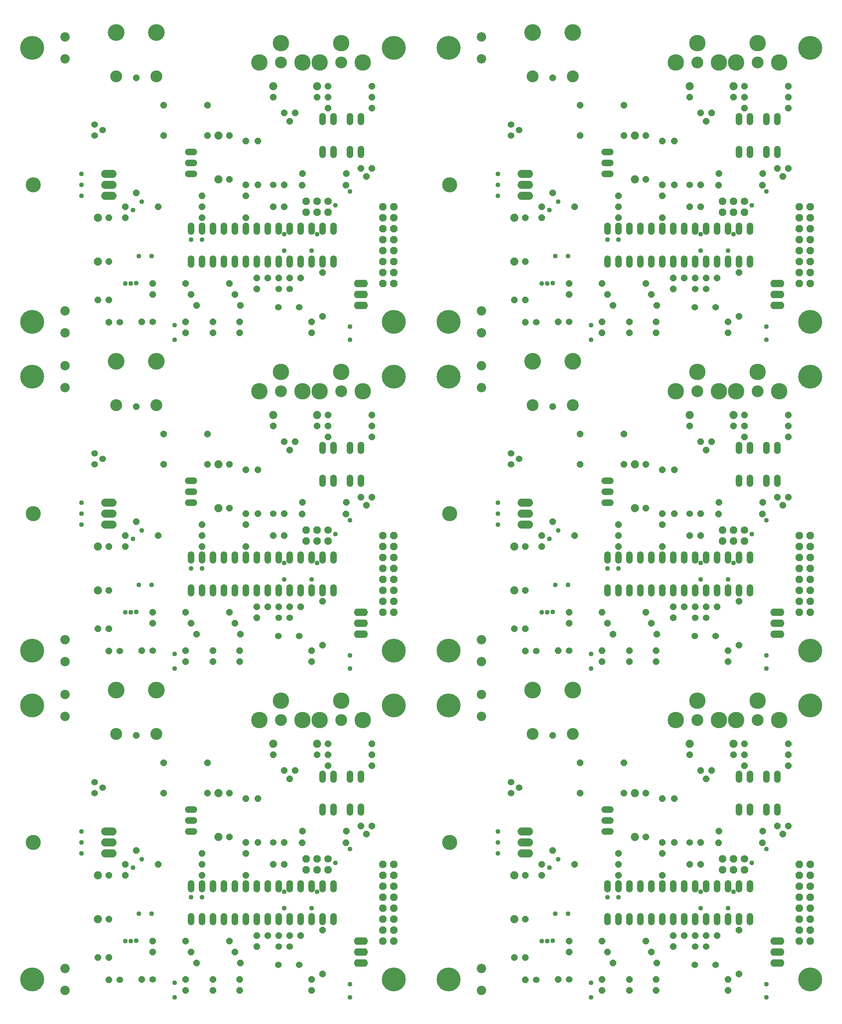
<source format=gbr>
G75*
G70*
%OFA0B0*%
%FSLAX24Y24*%
%IPPOS*%
%LPD*%
%AMOC8*
5,1,8,0,0,1.08239X$1,22.5*
%
%ADD10O,0.0600X0.1120*%
%ADD11OC8,0.0600*%
%ADD12C,0.0600*%
%ADD13O,0.1400X0.0740*%
%ADD14C,0.1380*%
%ADD15C,0.0680*%
%ADD16OC8,0.0680*%
%ADD17O,0.1120X0.0600*%
%ADD18C,0.0740*%
%ADD19C,0.2180*%
%ADD20C,0.1084*%
%ADD21C,0.1504*%
%ADD22O,0.1280X0.0680*%
%ADD23C,0.1520*%
%ADD24C,0.1085*%
%ADD25C,0.0860*%
%ADD26C,0.0440*%
D10*
X028337Y013342D03*
X029337Y013342D03*
X030337Y013342D03*
X031337Y013342D03*
X032337Y013342D03*
X033337Y013342D03*
X034337Y013342D03*
X035337Y013342D03*
X036337Y013342D03*
X037337Y013342D03*
X038337Y013342D03*
X039337Y013342D03*
X040337Y013342D03*
X041337Y013342D03*
X041337Y016342D03*
X040337Y016342D03*
X039337Y016342D03*
X038337Y016342D03*
X037337Y016342D03*
X036337Y016342D03*
X035337Y016342D03*
X034337Y016342D03*
X033337Y016342D03*
X032337Y016342D03*
X031337Y016342D03*
X030337Y016342D03*
X029337Y016342D03*
X028337Y016342D03*
X040337Y023342D03*
X041337Y023342D03*
X042837Y023342D03*
X043837Y023342D03*
X043837Y026342D03*
X042837Y026342D03*
X041337Y026342D03*
X040337Y026342D03*
X040337Y043342D03*
X039337Y043342D03*
X038337Y043342D03*
X037337Y043342D03*
X036337Y043342D03*
X035337Y043342D03*
X034337Y043342D03*
X033337Y043342D03*
X032337Y043342D03*
X031337Y043342D03*
X030337Y043342D03*
X029337Y043342D03*
X028337Y043342D03*
X028337Y046342D03*
X029337Y046342D03*
X030337Y046342D03*
X031337Y046342D03*
X032337Y046342D03*
X033337Y046342D03*
X034337Y046342D03*
X035337Y046342D03*
X036337Y046342D03*
X037337Y046342D03*
X038337Y046342D03*
X039337Y046342D03*
X040337Y046342D03*
X041337Y046342D03*
X041337Y043342D03*
X041337Y053342D03*
X040337Y053342D03*
X042837Y053342D03*
X043837Y053342D03*
X043837Y056342D03*
X042837Y056342D03*
X041337Y056342D03*
X040337Y056342D03*
X040337Y073342D03*
X039337Y073342D03*
X038337Y073342D03*
X037337Y073342D03*
X036337Y073342D03*
X035337Y073342D03*
X034337Y073342D03*
X033337Y073342D03*
X032337Y073342D03*
X031337Y073342D03*
X030337Y073342D03*
X029337Y073342D03*
X028337Y073342D03*
X028337Y076342D03*
X029337Y076342D03*
X030337Y076342D03*
X031337Y076342D03*
X032337Y076342D03*
X033337Y076342D03*
X034337Y076342D03*
X035337Y076342D03*
X036337Y076342D03*
X037337Y076342D03*
X038337Y076342D03*
X039337Y076342D03*
X040337Y076342D03*
X041337Y076342D03*
X041337Y073342D03*
X041337Y083342D03*
X040337Y083342D03*
X042837Y083342D03*
X043837Y083342D03*
X043837Y086342D03*
X042837Y086342D03*
X041337Y086342D03*
X040337Y086342D03*
X066337Y076342D03*
X067337Y076342D03*
X068337Y076342D03*
X069337Y076342D03*
X070337Y076342D03*
X071337Y076342D03*
X072337Y076342D03*
X073337Y076342D03*
X074337Y076342D03*
X075337Y076342D03*
X076337Y076342D03*
X077337Y076342D03*
X078337Y076342D03*
X079337Y076342D03*
X079337Y073342D03*
X078337Y073342D03*
X077337Y073342D03*
X076337Y073342D03*
X075337Y073342D03*
X074337Y073342D03*
X073337Y073342D03*
X072337Y073342D03*
X071337Y073342D03*
X070337Y073342D03*
X069337Y073342D03*
X068337Y073342D03*
X067337Y073342D03*
X066337Y073342D03*
X078337Y083342D03*
X079337Y083342D03*
X080837Y083342D03*
X081837Y083342D03*
X081837Y086342D03*
X080837Y086342D03*
X079337Y086342D03*
X078337Y086342D03*
X078337Y056342D03*
X079337Y056342D03*
X080837Y056342D03*
X081837Y056342D03*
X081837Y053342D03*
X080837Y053342D03*
X079337Y053342D03*
X078337Y053342D03*
X078337Y046342D03*
X077337Y046342D03*
X076337Y046342D03*
X075337Y046342D03*
X074337Y046342D03*
X073337Y046342D03*
X072337Y046342D03*
X071337Y046342D03*
X070337Y046342D03*
X069337Y046342D03*
X068337Y046342D03*
X067337Y046342D03*
X066337Y046342D03*
X066337Y043342D03*
X067337Y043342D03*
X068337Y043342D03*
X069337Y043342D03*
X070337Y043342D03*
X071337Y043342D03*
X072337Y043342D03*
X073337Y043342D03*
X074337Y043342D03*
X075337Y043342D03*
X076337Y043342D03*
X077337Y043342D03*
X078337Y043342D03*
X079337Y043342D03*
X079337Y046342D03*
X079337Y026342D03*
X080837Y026342D03*
X081837Y026342D03*
X081837Y023342D03*
X080837Y023342D03*
X079337Y023342D03*
X078337Y023342D03*
X078337Y026342D03*
X078337Y016342D03*
X077337Y016342D03*
X076337Y016342D03*
X075337Y016342D03*
X074337Y016342D03*
X073337Y016342D03*
X072337Y016342D03*
X071337Y016342D03*
X070337Y016342D03*
X069337Y016342D03*
X068337Y016342D03*
X067337Y016342D03*
X066337Y016342D03*
X066337Y013342D03*
X067337Y013342D03*
X068337Y013342D03*
X069337Y013342D03*
X070337Y013342D03*
X071337Y013342D03*
X072337Y013342D03*
X073337Y013342D03*
X074337Y013342D03*
X075337Y013342D03*
X076337Y013342D03*
X077337Y013342D03*
X078337Y013342D03*
X079337Y013342D03*
X079337Y016342D03*
D11*
X080487Y020292D03*
X080512Y021367D03*
X081837Y021842D03*
X082337Y021092D03*
X082837Y021842D03*
X082837Y027342D03*
X082837Y028342D03*
X082837Y029342D03*
X078837Y029342D03*
X078837Y028342D03*
X077837Y028342D03*
X078837Y027342D03*
X075837Y026892D03*
X075337Y026142D03*
X074837Y026892D03*
X073837Y028342D03*
X072462Y024342D03*
X071337Y024342D03*
X069837Y024842D03*
X067837Y024842D03*
X067837Y027592D03*
X063837Y027592D03*
X063837Y024842D03*
X061337Y019592D03*
X060337Y018342D03*
X060337Y017342D03*
X058837Y017342D03*
X058837Y013342D03*
X058837Y009842D03*
X057837Y009842D03*
X058862Y007817D03*
X061837Y007842D03*
X062837Y010342D03*
X062837Y011342D03*
X065837Y011342D03*
X066337Y010342D03*
X066837Y009342D03*
X065837Y007842D03*
X065837Y006842D03*
X068337Y006842D03*
X068337Y007842D03*
X070787Y007842D03*
X070787Y006842D03*
X070837Y009342D03*
X070337Y010342D03*
X069837Y011342D03*
X072337Y011842D03*
X072337Y010842D03*
X073337Y011842D03*
X074337Y011842D03*
X075337Y011842D03*
X076337Y011842D03*
X078337Y012342D03*
X078337Y008342D03*
X077337Y007842D03*
X077337Y006842D03*
X071337Y017342D03*
X071337Y019342D03*
X071337Y020342D03*
X072462Y020342D03*
X073837Y018342D03*
X074837Y018342D03*
X074837Y020342D03*
X076487Y020292D03*
X076512Y021367D03*
X069837Y020842D03*
X067337Y019342D03*
X067337Y018342D03*
X067337Y017342D03*
X063337Y018342D03*
X061337Y030092D03*
X065837Y036842D03*
X065837Y037842D03*
X066837Y039342D03*
X066337Y040342D03*
X065837Y041342D03*
X062837Y041342D03*
X062837Y040342D03*
X061837Y037842D03*
X058862Y037817D03*
X058837Y039842D03*
X057837Y039842D03*
X058837Y043342D03*
X058837Y047342D03*
X060337Y047342D03*
X060337Y048342D03*
X061337Y049592D03*
X063337Y048342D03*
X067337Y048342D03*
X067337Y049342D03*
X067337Y047342D03*
X069837Y050842D03*
X071337Y050342D03*
X071337Y049342D03*
X072462Y050342D03*
X073837Y048342D03*
X074837Y048342D03*
X074837Y050342D03*
X076487Y050292D03*
X076512Y051367D03*
X072462Y054342D03*
X071337Y054342D03*
X069837Y054842D03*
X067837Y054842D03*
X067837Y057592D03*
X063837Y057592D03*
X063837Y054842D03*
X061337Y060092D03*
X065837Y066842D03*
X065837Y067842D03*
X066837Y069342D03*
X066337Y070342D03*
X065837Y071342D03*
X062837Y071342D03*
X062837Y070342D03*
X061837Y067842D03*
X058862Y067817D03*
X058837Y069842D03*
X057837Y069842D03*
X058837Y073342D03*
X058837Y077342D03*
X060337Y077342D03*
X060337Y078342D03*
X061337Y079592D03*
X063337Y078342D03*
X067337Y078342D03*
X067337Y079342D03*
X067337Y077342D03*
X069837Y080842D03*
X071337Y080342D03*
X071337Y079342D03*
X072462Y080342D03*
X073837Y078342D03*
X074837Y078342D03*
X074837Y080342D03*
X076487Y080292D03*
X076512Y081367D03*
X072462Y084342D03*
X071337Y084342D03*
X069837Y084842D03*
X067837Y084842D03*
X067837Y087592D03*
X063837Y087592D03*
X063837Y084842D03*
X061337Y090092D03*
X071337Y077342D03*
X072337Y071842D03*
X072337Y070842D03*
X073337Y071842D03*
X074337Y071842D03*
X075337Y071842D03*
X076337Y071842D03*
X078337Y072342D03*
X078337Y068342D03*
X077337Y067842D03*
X077337Y066842D03*
X070787Y066842D03*
X070787Y067842D03*
X070837Y069342D03*
X070337Y070342D03*
X069837Y071342D03*
X068337Y067842D03*
X068337Y066842D03*
X073837Y058342D03*
X074837Y056892D03*
X075337Y056142D03*
X075837Y056892D03*
X077837Y058342D03*
X078837Y058342D03*
X078837Y059342D03*
X078837Y057342D03*
X082837Y057342D03*
X082837Y058342D03*
X082837Y059342D03*
X082837Y051842D03*
X082337Y051092D03*
X081837Y051842D03*
X080512Y051367D03*
X080487Y050292D03*
X078337Y042342D03*
X076337Y041842D03*
X075337Y041842D03*
X074337Y041842D03*
X073337Y041842D03*
X072337Y041842D03*
X072337Y040842D03*
X070837Y039342D03*
X070337Y040342D03*
X069837Y041342D03*
X070787Y037842D03*
X070787Y036842D03*
X068337Y036842D03*
X068337Y037842D03*
X071337Y047342D03*
X077337Y037842D03*
X077337Y036842D03*
X078337Y038342D03*
X044837Y029342D03*
X044837Y028342D03*
X044837Y027342D03*
X040837Y027342D03*
X040837Y028342D03*
X039837Y028342D03*
X040837Y029342D03*
X037837Y026892D03*
X037337Y026142D03*
X036837Y026892D03*
X035837Y028342D03*
X034462Y024342D03*
X033337Y024342D03*
X031837Y024842D03*
X029837Y024842D03*
X029837Y027592D03*
X025837Y027592D03*
X025837Y024842D03*
X023337Y019592D03*
X022337Y018342D03*
X022337Y017342D03*
X020837Y017342D03*
X020837Y013342D03*
X020837Y009842D03*
X019837Y009842D03*
X020862Y007817D03*
X023837Y007842D03*
X024837Y010342D03*
X024837Y011342D03*
X027837Y011342D03*
X028337Y010342D03*
X028837Y009342D03*
X027837Y007842D03*
X027837Y006842D03*
X030337Y006842D03*
X030337Y007842D03*
X032787Y007842D03*
X032787Y006842D03*
X032837Y009342D03*
X032337Y010342D03*
X031837Y011342D03*
X034337Y011842D03*
X034337Y010842D03*
X035337Y011842D03*
X036337Y011842D03*
X037337Y011842D03*
X038337Y011842D03*
X040337Y012342D03*
X040337Y008342D03*
X039337Y007842D03*
X039337Y006842D03*
X033337Y017342D03*
X033337Y019342D03*
X033337Y020342D03*
X034462Y020342D03*
X035837Y018342D03*
X036837Y018342D03*
X036837Y020342D03*
X038487Y020292D03*
X038512Y021367D03*
X042512Y021367D03*
X042487Y020292D03*
X044337Y021092D03*
X043837Y021842D03*
X044837Y021842D03*
X031837Y020842D03*
X029337Y019342D03*
X029337Y018342D03*
X029337Y017342D03*
X025337Y018342D03*
X023337Y030092D03*
X027837Y036842D03*
X027837Y037842D03*
X028837Y039342D03*
X028337Y040342D03*
X027837Y041342D03*
X030337Y037842D03*
X030337Y036842D03*
X032787Y036842D03*
X032787Y037842D03*
X032837Y039342D03*
X032337Y040342D03*
X031837Y041342D03*
X034337Y041842D03*
X034337Y040842D03*
X035337Y041842D03*
X036337Y041842D03*
X037337Y041842D03*
X038337Y041842D03*
X040337Y042342D03*
X040337Y038342D03*
X039337Y037842D03*
X039337Y036842D03*
X033337Y047342D03*
X033337Y049342D03*
X033337Y050342D03*
X034462Y050342D03*
X035837Y048342D03*
X036837Y048342D03*
X036837Y050342D03*
X038487Y050292D03*
X038512Y051367D03*
X042512Y051367D03*
X042487Y050292D03*
X044337Y051092D03*
X043837Y051842D03*
X044837Y051842D03*
X044837Y057342D03*
X044837Y058342D03*
X044837Y059342D03*
X040837Y059342D03*
X040837Y058342D03*
X039837Y058342D03*
X040837Y057342D03*
X037837Y056892D03*
X037337Y056142D03*
X036837Y056892D03*
X035837Y058342D03*
X034462Y054342D03*
X033337Y054342D03*
X031837Y054842D03*
X029837Y054842D03*
X029837Y057592D03*
X025837Y057592D03*
X025837Y054842D03*
X023337Y060092D03*
X027837Y066842D03*
X027837Y067842D03*
X028837Y069342D03*
X028337Y070342D03*
X027837Y071342D03*
X030337Y067842D03*
X030337Y066842D03*
X032787Y066842D03*
X032787Y067842D03*
X032837Y069342D03*
X032337Y070342D03*
X031837Y071342D03*
X034337Y071842D03*
X034337Y070842D03*
X035337Y071842D03*
X036337Y071842D03*
X037337Y071842D03*
X038337Y071842D03*
X040337Y072342D03*
X040337Y068342D03*
X039337Y067842D03*
X039337Y066842D03*
X033337Y077342D03*
X033337Y079342D03*
X033337Y080342D03*
X034462Y080342D03*
X035837Y078342D03*
X036837Y078342D03*
X036837Y080342D03*
X038487Y080292D03*
X038512Y081367D03*
X042512Y081367D03*
X042487Y080292D03*
X044337Y081092D03*
X043837Y081842D03*
X044837Y081842D03*
X044837Y087342D03*
X044837Y088342D03*
X044837Y089342D03*
X040837Y089342D03*
X040837Y088342D03*
X039837Y088342D03*
X040837Y087342D03*
X037837Y086892D03*
X037337Y086142D03*
X036837Y086892D03*
X035837Y088342D03*
X034462Y084342D03*
X033337Y084342D03*
X031837Y084842D03*
X029837Y084842D03*
X029837Y087592D03*
X025837Y087592D03*
X025837Y084842D03*
X023337Y090092D03*
X031837Y080842D03*
X029337Y079342D03*
X029337Y078342D03*
X029337Y077342D03*
X025337Y078342D03*
X023337Y079592D03*
X022337Y078342D03*
X022337Y077342D03*
X020837Y077342D03*
X020837Y073342D03*
X020837Y069842D03*
X019837Y069842D03*
X020862Y067817D03*
X023837Y067842D03*
X024837Y070342D03*
X024837Y071342D03*
X031837Y050842D03*
X029337Y049342D03*
X029337Y048342D03*
X029337Y047342D03*
X025337Y048342D03*
X023337Y049592D03*
X022337Y048342D03*
X022337Y047342D03*
X020837Y047342D03*
X020837Y043342D03*
X020837Y039842D03*
X019837Y039842D03*
X020862Y037817D03*
X023837Y037842D03*
X024837Y040342D03*
X024837Y041342D03*
X073837Y088342D03*
X074837Y086892D03*
X075337Y086142D03*
X075837Y086892D03*
X077837Y088342D03*
X078837Y088342D03*
X078837Y089342D03*
X078837Y087342D03*
X082837Y087342D03*
X082837Y088342D03*
X082837Y089342D03*
X082837Y081842D03*
X082337Y081092D03*
X081837Y081842D03*
X080512Y081367D03*
X080487Y080292D03*
D12*
X073837Y080342D03*
X074337Y070842D03*
X075337Y070842D03*
X076212Y069167D03*
X074312Y069167D03*
X062837Y067842D03*
X059862Y067817D03*
X057537Y055842D03*
X058287Y055342D03*
X057537Y054842D03*
X059862Y037817D03*
X062837Y037842D03*
X073837Y050342D03*
X074337Y040842D03*
X075337Y040842D03*
X076212Y039167D03*
X074312Y039167D03*
X058287Y025342D03*
X057537Y025842D03*
X057537Y024842D03*
X059862Y007817D03*
X062837Y007842D03*
X074312Y009167D03*
X074337Y010842D03*
X075337Y010842D03*
X076212Y009167D03*
X073837Y020342D03*
X038212Y009167D03*
X037337Y010842D03*
X036337Y010842D03*
X036312Y009167D03*
X035837Y020342D03*
X024837Y007842D03*
X021862Y007817D03*
X019537Y024842D03*
X020287Y025342D03*
X019537Y025842D03*
X021862Y037817D03*
X024837Y037842D03*
X036312Y039167D03*
X036337Y040842D03*
X037337Y040842D03*
X038212Y039167D03*
X035837Y050342D03*
X020287Y055342D03*
X019537Y055842D03*
X019537Y054842D03*
X021862Y067817D03*
X024837Y067842D03*
X036312Y069167D03*
X036337Y070842D03*
X037337Y070842D03*
X038212Y069167D03*
X035837Y080342D03*
X020287Y085342D03*
X019537Y085842D03*
X019537Y084842D03*
X057537Y084842D03*
X058287Y085342D03*
X057537Y085842D03*
D13*
X058837Y081342D03*
X058837Y080342D03*
X058837Y079342D03*
X058837Y051342D03*
X058837Y050342D03*
X058837Y049342D03*
X058837Y021342D03*
X058837Y020342D03*
X058837Y019342D03*
X020837Y019342D03*
X020837Y020342D03*
X020837Y021342D03*
X020837Y049342D03*
X020837Y050342D03*
X020837Y051342D03*
X020837Y079342D03*
X020837Y080342D03*
X020837Y081342D03*
D14*
X013937Y080342D03*
X013937Y050342D03*
X013937Y020342D03*
X051937Y020342D03*
X051937Y050342D03*
X051937Y080342D03*
D15*
X040837Y078842D03*
X040837Y048842D03*
X040837Y018842D03*
X078837Y018842D03*
X078837Y048842D03*
X078837Y078842D03*
D16*
X077837Y078842D03*
X076837Y078842D03*
X076837Y077842D03*
X077837Y077842D03*
X078837Y077842D03*
X083837Y078342D03*
X083837Y077342D03*
X083837Y076342D03*
X083837Y075342D03*
X083837Y074342D03*
X083837Y073342D03*
X083837Y072342D03*
X083837Y071342D03*
X084837Y071342D03*
X084837Y072342D03*
X084837Y073342D03*
X084837Y074342D03*
X084837Y075342D03*
X084837Y076342D03*
X084837Y077342D03*
X084837Y078342D03*
X077837Y048842D03*
X076837Y048842D03*
X076837Y047842D03*
X077837Y047842D03*
X078837Y047842D03*
X083837Y048342D03*
X083837Y047342D03*
X083837Y046342D03*
X083837Y045342D03*
X083837Y044342D03*
X083837Y043342D03*
X083837Y042342D03*
X083837Y041342D03*
X084837Y041342D03*
X084837Y042342D03*
X084837Y043342D03*
X084837Y044342D03*
X084837Y045342D03*
X084837Y046342D03*
X084837Y047342D03*
X084837Y048342D03*
X084837Y018342D03*
X083837Y018342D03*
X083837Y017342D03*
X083837Y016342D03*
X083837Y015342D03*
X083837Y014342D03*
X083837Y013342D03*
X083837Y012342D03*
X083837Y011342D03*
X084837Y011342D03*
X084837Y012342D03*
X084837Y013342D03*
X084837Y014342D03*
X084837Y015342D03*
X084837Y016342D03*
X084837Y017342D03*
X078837Y017842D03*
X077837Y017842D03*
X076837Y017842D03*
X076837Y018842D03*
X077837Y018842D03*
X046837Y018342D03*
X045837Y018342D03*
X045837Y017342D03*
X045837Y016342D03*
X045837Y015342D03*
X045837Y014342D03*
X045837Y013342D03*
X045837Y012342D03*
X045837Y011342D03*
X046837Y011342D03*
X046837Y012342D03*
X046837Y013342D03*
X046837Y014342D03*
X046837Y015342D03*
X046837Y016342D03*
X046837Y017342D03*
X040837Y017842D03*
X039837Y017842D03*
X038837Y017842D03*
X038837Y018842D03*
X039837Y018842D03*
X045837Y041342D03*
X045837Y042342D03*
X045837Y043342D03*
X045837Y044342D03*
X045837Y045342D03*
X045837Y046342D03*
X045837Y047342D03*
X045837Y048342D03*
X046837Y048342D03*
X046837Y047342D03*
X046837Y046342D03*
X046837Y045342D03*
X046837Y044342D03*
X046837Y043342D03*
X046837Y042342D03*
X046837Y041342D03*
X040837Y047842D03*
X039837Y047842D03*
X038837Y047842D03*
X038837Y048842D03*
X039837Y048842D03*
X045837Y071342D03*
X045837Y072342D03*
X045837Y073342D03*
X045837Y074342D03*
X045837Y075342D03*
X045837Y076342D03*
X045837Y077342D03*
X045837Y078342D03*
X046837Y078342D03*
X046837Y077342D03*
X046837Y076342D03*
X046837Y075342D03*
X046837Y074342D03*
X046837Y073342D03*
X046837Y072342D03*
X046837Y071342D03*
X040837Y077842D03*
X039837Y077842D03*
X038837Y077842D03*
X038837Y078842D03*
X039837Y078842D03*
D17*
X028337Y081342D03*
X028337Y082342D03*
X028337Y083342D03*
X028337Y053342D03*
X028337Y052342D03*
X028337Y051342D03*
X028337Y023342D03*
X028337Y022342D03*
X028337Y021342D03*
X066337Y021342D03*
X066337Y022342D03*
X066337Y023342D03*
X066337Y051342D03*
X066337Y052342D03*
X066337Y053342D03*
X066337Y081342D03*
X066337Y082342D03*
X066337Y083342D03*
D18*
X068837Y084842D03*
X068837Y080842D03*
X073837Y089342D03*
X077837Y089342D03*
X057837Y077342D03*
X057837Y073342D03*
X073837Y059342D03*
X077837Y059342D03*
X068837Y054842D03*
X068837Y050842D03*
X057837Y047342D03*
X057837Y043342D03*
X073837Y029342D03*
X077837Y029342D03*
X068837Y024842D03*
X068837Y020842D03*
X057837Y017342D03*
X057837Y013342D03*
X039837Y029342D03*
X035837Y029342D03*
X030837Y024842D03*
X030837Y020842D03*
X019837Y017342D03*
X019837Y013342D03*
X019837Y043342D03*
X019837Y047342D03*
X030837Y050842D03*
X030837Y054842D03*
X035837Y059342D03*
X039837Y059342D03*
X030837Y080842D03*
X030837Y084842D03*
X035837Y089342D03*
X039837Y089342D03*
X019837Y077342D03*
X019837Y073342D03*
D19*
X013837Y007842D03*
X013837Y032842D03*
X013837Y037842D03*
X013837Y062842D03*
X013837Y067842D03*
X013837Y092842D03*
X046837Y092842D03*
X051837Y092842D03*
X051837Y067842D03*
X051837Y062842D03*
X046837Y062842D03*
X046837Y067842D03*
X046837Y037842D03*
X046837Y032842D03*
X051837Y032842D03*
X051837Y037842D03*
X051837Y007842D03*
X046837Y007842D03*
X084837Y007842D03*
X084837Y032842D03*
X084837Y037842D03*
X084837Y062842D03*
X084837Y067842D03*
X084837Y092842D03*
D20*
X080037Y091492D03*
X074537Y091492D03*
X074537Y061492D03*
X080037Y061492D03*
X080037Y031492D03*
X074537Y031492D03*
X042037Y031492D03*
X036537Y031492D03*
X036537Y061492D03*
X042037Y061492D03*
X042037Y091492D03*
X036537Y091492D03*
D21*
X036537Y093263D03*
X038506Y091492D03*
X040069Y091492D03*
X042037Y093263D03*
X044006Y091492D03*
X034569Y091492D03*
X036537Y063263D03*
X038506Y061492D03*
X040069Y061492D03*
X042037Y063263D03*
X044006Y061492D03*
X034569Y061492D03*
X036537Y033263D03*
X038506Y031492D03*
X040069Y031492D03*
X042037Y033263D03*
X044006Y031492D03*
X034569Y031492D03*
X072569Y031492D03*
X074537Y033263D03*
X076506Y031492D03*
X078069Y031492D03*
X080037Y033263D03*
X082006Y031492D03*
X082006Y061492D03*
X080037Y063263D03*
X078069Y061492D03*
X076506Y061492D03*
X074537Y063263D03*
X072569Y061492D03*
X072569Y091492D03*
X074537Y093263D03*
X076506Y091492D03*
X078069Y091492D03*
X080037Y093263D03*
X082006Y091492D03*
D22*
X081837Y071342D03*
X081837Y070342D03*
X081837Y069342D03*
X081837Y041342D03*
X081837Y040342D03*
X081837Y039342D03*
X081837Y011342D03*
X081837Y010342D03*
X081837Y009342D03*
X043837Y009342D03*
X043837Y010342D03*
X043837Y011342D03*
X043837Y039342D03*
X043837Y040342D03*
X043837Y041342D03*
X043837Y069342D03*
X043837Y070342D03*
X043837Y071342D03*
D23*
X059507Y064242D03*
X063177Y064242D03*
X063177Y094242D03*
X059507Y094242D03*
X025177Y094242D03*
X021507Y094242D03*
X021507Y064242D03*
X025177Y064242D03*
X025177Y034242D03*
X021507Y034242D03*
X059507Y034242D03*
X063177Y034242D03*
D24*
X063177Y030242D03*
X059507Y030242D03*
X059507Y060242D03*
X063177Y060242D03*
X063177Y090242D03*
X059507Y090242D03*
X025177Y090242D03*
X021507Y090242D03*
X021507Y060242D03*
X025177Y060242D03*
X025177Y030242D03*
X021507Y030242D03*
D25*
X016837Y031842D03*
X016837Y033842D03*
X016837Y036842D03*
X016837Y038842D03*
X016837Y061842D03*
X016837Y063842D03*
X016837Y066842D03*
X016837Y068842D03*
X016837Y091842D03*
X016837Y093842D03*
X054837Y093842D03*
X054837Y091842D03*
X054837Y068842D03*
X054837Y066842D03*
X054837Y063842D03*
X054837Y061842D03*
X054837Y038842D03*
X054837Y036842D03*
X054837Y033842D03*
X054837Y031842D03*
X054837Y008842D03*
X054837Y006842D03*
X016837Y006842D03*
X016837Y008842D03*
D26*
X022337Y011342D03*
X022837Y011342D03*
X023337Y011367D03*
X023587Y013842D03*
X024737Y013842D03*
X028337Y015342D03*
X029337Y015342D03*
X023837Y018817D03*
X023062Y018042D03*
X018337Y019342D03*
X018337Y020342D03*
X018337Y021342D03*
X026837Y007542D03*
X026837Y006217D03*
X036837Y014342D03*
X036837Y015842D03*
X039337Y014342D03*
X039837Y015842D03*
X041512Y018467D03*
X042862Y019742D03*
X042862Y007392D03*
X042862Y006217D03*
X056337Y019342D03*
X056337Y020342D03*
X056337Y021342D03*
X061062Y018042D03*
X061837Y018817D03*
X061587Y013842D03*
X062737Y013842D03*
X061337Y011367D03*
X060837Y011342D03*
X060337Y011342D03*
X064837Y007542D03*
X064837Y006217D03*
X066337Y015342D03*
X067337Y015342D03*
X074837Y015842D03*
X074837Y014342D03*
X077337Y014342D03*
X077837Y015842D03*
X079512Y018467D03*
X080862Y019742D03*
X080862Y007392D03*
X080862Y006217D03*
X080862Y036217D03*
X080862Y037392D03*
X077337Y044342D03*
X077837Y045842D03*
X079512Y048467D03*
X080862Y049742D03*
X074837Y045842D03*
X074837Y044342D03*
X067337Y045342D03*
X066337Y045342D03*
X062737Y043842D03*
X061587Y043842D03*
X061337Y041367D03*
X060837Y041342D03*
X060337Y041342D03*
X064837Y037542D03*
X064837Y036217D03*
X061062Y048042D03*
X061837Y048817D03*
X056337Y049342D03*
X056337Y050342D03*
X056337Y051342D03*
X042862Y049742D03*
X041512Y048467D03*
X039837Y045842D03*
X039337Y044342D03*
X036837Y044342D03*
X036837Y045842D03*
X029337Y045342D03*
X028337Y045342D03*
X024737Y043842D03*
X023587Y043842D03*
X023337Y041367D03*
X022837Y041342D03*
X022337Y041342D03*
X026837Y037542D03*
X026837Y036217D03*
X023062Y048042D03*
X023837Y048817D03*
X018337Y049342D03*
X018337Y050342D03*
X018337Y051342D03*
X026837Y066217D03*
X026837Y067542D03*
X023337Y071367D03*
X022837Y071342D03*
X022337Y071342D03*
X023587Y073842D03*
X024737Y073842D03*
X028337Y075342D03*
X029337Y075342D03*
X023837Y078817D03*
X023062Y078042D03*
X018337Y079342D03*
X018337Y080342D03*
X018337Y081342D03*
X036837Y075842D03*
X036837Y074342D03*
X039337Y074342D03*
X039837Y075842D03*
X041512Y078467D03*
X042862Y079742D03*
X042862Y067392D03*
X042862Y066217D03*
X056337Y079342D03*
X056337Y080342D03*
X056337Y081342D03*
X061062Y078042D03*
X061837Y078817D03*
X061587Y073842D03*
X062737Y073842D03*
X061337Y071367D03*
X060837Y071342D03*
X060337Y071342D03*
X064837Y067542D03*
X064837Y066217D03*
X066337Y075342D03*
X067337Y075342D03*
X074837Y075842D03*
X074837Y074342D03*
X077337Y074342D03*
X077837Y075842D03*
X079512Y078467D03*
X080862Y079742D03*
X080862Y067392D03*
X080862Y066217D03*
X042862Y037392D03*
X042862Y036217D03*
M02*

</source>
